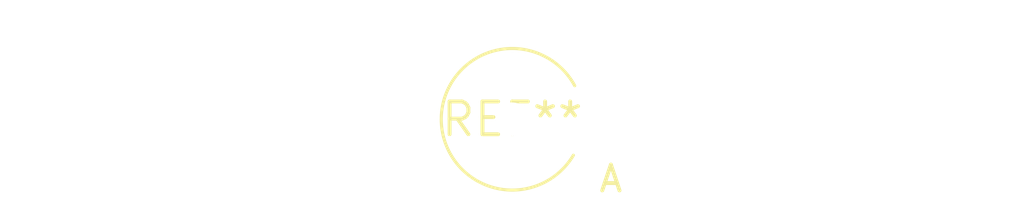
<source format=kicad_pcb>
(kicad_pcb (version 20240108) (generator pcbnew)
  (layers (0 "F.Cu" signal) (31 "B.Cu" signal) (34 "B.Paste" user) (35 "F.Paste" user) (36 "B.SilkS" user "B.Silkscreen") (37 "F.SilkS" user "F.Silkscreen") (38 "B.Mask" user) (39 "F.Mask" user) (44 "Edge.Cuts" user))
  (net 0 "")
  (footprint "D_DO-201AE_P3.81mm_Vertical_AnodeUp" (layer "F.Cu") (at 0 0)
    (property "Reference" "REF**")
    (property "Value" "D_DO-201AE_P3.81mm_Vertical_AnodeUp")
    (fp_arc (start 2.361782 1.391144) (mid -2.74054 -0.052312) (end 2.413151 -1.3) (layer "F.SilkS") (stroke (width 0.12)))
    (fp_text user "A" (at 3.81 2.3 0) (layer "F.SilkS"))
    (pad "1" thru_hole rect (at 0 0) (size 2.6 2.6) (drill 1.3) (layers *.Cu *.Mask) (remove_unused_layers))
    (pad "2" thru_hole oval (at 3.81 0) (size 2.6 2.6) (drill 1.3) (layers *.Cu *.Mask) (remove_unused_layers))
  )
)
</source>
